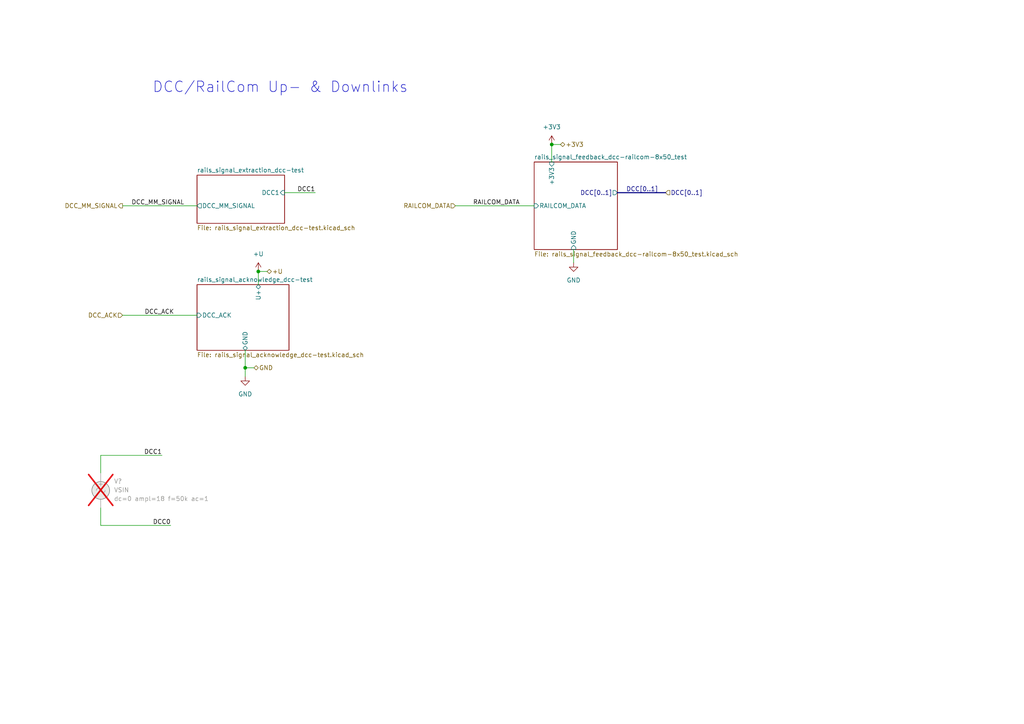
<source format=kicad_sch>
(kicad_sch (version 20231120) (generator "eeschema") (generator_version "8.0")
  (paper "A4")
  (title_block (title "xDuinoRail - LocDecoder - Development Kit") (date "2024-10-09") (rev "v0.2") (company "Chatelain Engineering, Bern - CH"))
  (lib_symbols
    (symbol "Simulation_SPICE:VSIN" (pin_numbers hide) (pin_names (offset 0.0254))
      (property "Reference" "V" (at 2.54 2.54 0))
      (property "Value" "VSIN" (at 2.54 0 0))
      (property "Sim.Params" "dc=0 ampl=1 f=1k ac=1" (at 2.54 -2.54 0))
      (symbol "VSIN_0_0"
        (arc (start 0 0) (mid -0.635 0.6323) (end -1.27 0))
        (arc (start 0 0) (mid 0.635 -0.6323) (end 1.27 0))
        (text "+" (at 0 1.905 0) (effects (font (size 1.27 1.27))))
      )
      (symbol "VSIN_0_1"
        (circle (center 0 0) (radius 2.54) (stroke (width 0.254)) (fill (type background)))
      )
      (symbol "VSIN_1_1"
        (pin passive line (at 0 5.08 270) (length 2.54) (name "~") (number "1"))
        (pin passive line (at 0 -5.08 90) (length 2.54) (name "~") (number "2"))
      )
    )
    (symbol "power:+3V3" (power) (pin_names (offset 0))
      (property "Value" "+3V3" (at 0 3.556 0))
      (symbol "+3V3_0_1"
        (polyline (pts (xy -0.762 1.27) (xy 0 2.54)))
        (polyline (pts (xy 0 0) (xy 0 2.54)))
        (polyline (pts (xy 0 2.54) (xy 0.762 1.27)))
      )
      (symbol "+3V3_1_1"
        (pin power_in line (at 0 0 90) (length 0) hide (name "+3V3") (number "1"))
      )
    )
    (symbol "power:GND" (power) (pin_names (offset 0))
      (property "Value" "GND" (at 0 -3.81 0))
      (symbol "GND_0_1"
        (polyline (pts (xy 0 0) (xy 0 -1.27) (xy 1.27 -1.27) (xy 0 -2.54) (xy -1.27 -1.27) (xy 0 -1.27)))
      )
      (symbol "GND_1_1"
        (pin power_in line (at 0 0 270) (length 0) hide (name "GND") (number "1"))
      )
    )
    (symbol "power:VCC" (power) (pin_names (offset 0))
      (property "Value" "VCC" (at 0 3.81 0))
      (symbol "VCC_0_1"
        (polyline (pts (xy -0.762 1.27) (xy 0 2.54)))
        (polyline (pts (xy 0 0) (xy 0 2.54)))
        (polyline (pts (xy 0 2.54) (xy 0.762 1.27)))
      )
      (symbol "VCC_1_1"
        (pin power_in line (at 0 0 90) (length 0) hide (name "VCC") (number "1"))
      )
    )
  )
  (junction (at 74.93 78.74))
  (junction (at 160.02 41.91))
  (junction (at 71.12 106.68))
  (wire (pts (xy 166.37 72.39) (xy 166.37 76.2)))
  (wire (pts (xy 35.56 59.69) (xy 57.15 59.69)))
  (wire (pts (xy 71.12 106.68) (xy 71.12 109.22)))
  (wire (pts (xy 82.55 55.88) (xy 91.44 55.88)))
  (wire (pts (xy 74.93 78.74) (xy 74.93 82.55)))
  (bus (pts (xy 179.07 55.88) (xy 193.04 55.88)))
  (wire (pts (xy 77.47 78.74) (xy 74.93 78.74)))
  (wire (pts (xy 73.66 106.68) (xy 71.12 106.68)))
  (wire (pts (xy 29.21 132.08) (xy 29.21 137.16)))
  (wire (pts (xy 71.12 101.6) (xy 71.12 106.68)))
  (wire (pts (xy 132.08 59.69) (xy 154.94 59.69)))
  (wire (pts (xy 29.21 147.32) (xy 29.21 152.4)))
  (wire (pts (xy 162.56 41.91) (xy 160.02 41.91)))
  (wire (pts (xy 35.56 91.44) (xy 57.15 91.44)))
  (wire (pts (xy 29.21 152.4) (xy 49.53 152.4)))
  (wire (pts (xy 29.21 132.08) (xy 46.99 132.08)))
  (wire (pts (xy 160.02 41.91) (xy 160.02 46.99)))
  (text "DCC/RailCom Up- & Downlinks" (at 81.28 25.4 0) (effects (font (size 3.048 3.048))))
  (label "DCC1" (at 91.44 55.88 180))
  (label "DCC0" (at 49.53 152.4 180))
  (label "RAILCOM_DATA" (at 137.16 59.69 0))
  (label "DCC[0..1]" (at 181.61 55.88 0))
  (label "DCC_MM_SIGNAL" (at 38.1 59.69 0))
  (label "DCC_ACK" (at 41.91 91.44 0))
  (label "DCC1" (at 46.99 132.08 180))
  (hierarchical_label "+U" (shape bidirectional) (at 77.47 78.74 0))
  (hierarchical_label "RAILCOM_DATA" (shape input) (at 132.08 59.69 180))
  (hierarchical_label "+3V3" (shape bidirectional) (at 162.56 41.91 0))
  (hierarchical_label "DCC_MM_SIGNAL" (shape output) (at 35.56 59.69 180))
  (hierarchical_label "DCC[0..1]" (shape input) (at 193.04 55.88 0))
  (hierarchical_label "DCC_ACK" (shape input) (at 35.56 91.44 180))
  (hierarchical_label "GND" (shape bidirectional) (at 73.66 106.68 0))
  (symbol (lib_id "Simulation_SPICE:VSIN") (at 29.21 142.24 0) (unit 1) (in_bom no) (on_board no) (dnp yes)
    (property "Reference" "V?" (at 33.02 139.5701 0) (effects (justify left)))
    (property "Value" "VSIN" (at 33.02 142.1101 0) (effects (justify left)))
    (property "Datasheet" "https://ngspice.sourceforge.io/docs/ngspice-html-manual/manual.xhtml#sec_Independent_Sources_for" (effects (hide yes)))
    (property "Description" "Voltage source, sinusoidal" (effects (hide yes)))
    (property "Sim.Pins" "1=+ 2=-" (effects (hide yes)))
    (property "Sim.Params" "dc=0 ampl=18 f=50k ac=1" (at 33.02 144.6501 0) (effects (justify left)))
    (property "Sim.Type" "SIN" (effects (hide yes)))
    (property "Sim.Device" "V" (effects (hide yes)))
  )
  (symbol (lib_id "power:GND") (at 166.37 76.2 0) (unit 1)
    (property "Reference" "#PWR?" (effects (hide yes)))
    (property "Value" "GND" (at 166.37 81.28 0))
    (property "Description" "Power symbol creates a global label with name \"GND\" , ground" (effects (hide yes)))
  )
  (symbol (lib_id "power:GND") (at 71.12 109.22 0) (unit 1)
    (property "Reference" "#PWR?" (effects (hide yes)))
    (property "Value" "GND" (at 71.12 114.3 0))
    (property "Description" "Power symbol creates a global label with name \"GND\" , ground" (effects (hide yes)))
  )
  (symbol (lib_id "power:VCC") (at 74.93 78.74 0) (unit 1)
    (property "Reference" "#PWR?" (effects (hide yes)))
    (property "Value" "+U" (at 74.93 73.66 0))
    (property "Description" "Power symbol creates a global label with name \"VCC\"" (effects (hide yes)))
  )
  (symbol (lib_id "power:+3V3") (at 160.02 41.91 0) (unit 1)
    (property "Reference" "#PWR?" (effects (hide yes)))
    (property "Value" "+3V3" (at 160.02 36.83 0))
    (property "Description" "Power symbol creates a global label with name \"+3V3\"" (effects (hide yes)))
  )
  (sheet (at 57.15 50.8) (size 25.4 13.97) (stroke (width 0.1524))
    (property "Sheetname" "rails_signal_extraction_dcc-test" (at 57.15 50.0884 0) (effects (justify left bottom)))
    (property "Sheetfile" "rails_signal_extraction_dcc-test.kicad_sch" (at 57.15 65.3546 0) (effects (justify left top)))
    (pin "DCC1" input (at 82.55 55.88 0))
    (pin "DCC_MM_SIGNAL" output (at 57.15 59.69 180))
  )
  (sheet (at 154.94 46.99) (size 24.13 25.4) (stroke (width 0.1524))
    (property "Sheetname" "rails_signal_feedback_dcc-railcom-8x50_test" (at 154.94 46.2784 0) (effects (justify left bottom)))
    (property "Sheetfile" "rails_signal_feedback_dcc-railcom-8x50_test.kicad_sch" (at 154.94 72.9746 0) (effects (justify left top)))
    (pin "DCC[0..1]" output (at 179.07 55.88 0))
    (pin "RAILCOM_DATA" input (at 154.94 59.69 180))
    (pin "GND" input (at 166.37 72.39 270))
    (pin "+3V3" input (at 160.02 46.99 90))
  )
  (sheet (at 57.15 82.55) (size 26.67 19.05) (stroke (width 0.1524))
    (property "Sheetname" "rails_signal_acknowledge_dcc-test" (at 57.15 81.8384 0) (effects (justify left bottom)))
    (property "Sheetfile" "rails_signal_acknowledge_dcc-test.kicad_sch" (at 57.15 102.1846 0) (effects (justify left top)))
    (pin "DCC_ACK" input (at 57.15 91.44 180))
    (pin "U+" bidirectional (at 74.93 82.55 90))
    (pin "GND" bidirectional (at 71.12 101.6 270))
  )
)
</source>
